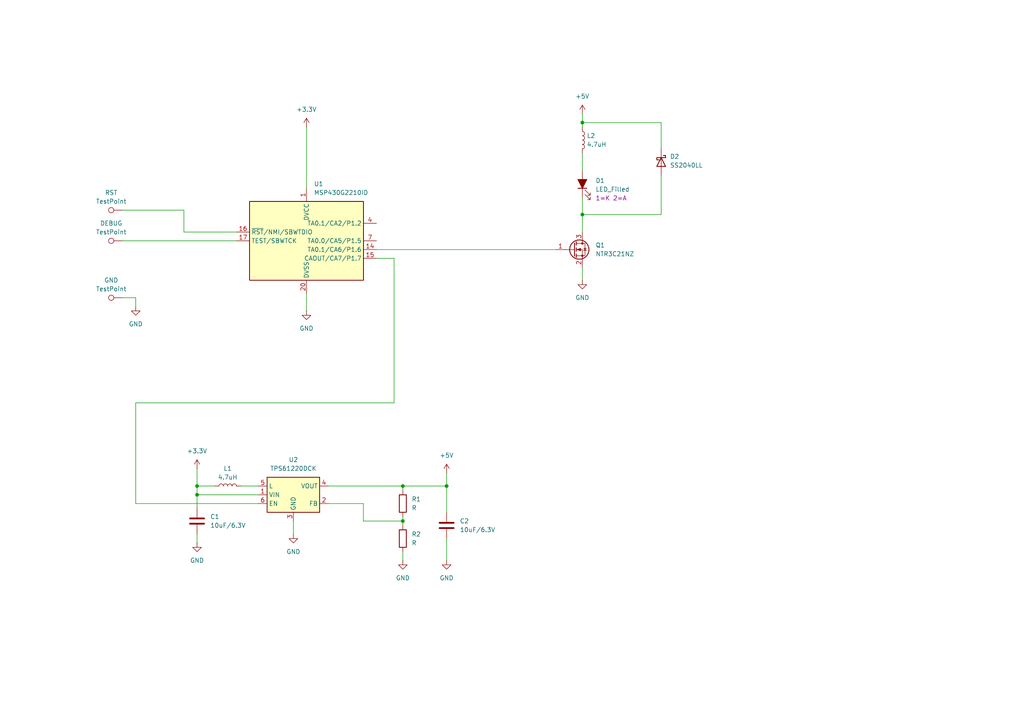
<source format=kicad_sch>
(kicad_sch (version 20250114) (generator "eeschema") (generator_version "9.0")
  (paper "A4")
  (lib_symbols
    (symbol "Connector:TestPoint" (pin_numbers (hide yes)) (pin_names (offset 0.762) (hide yes))
      (property "Reference" "TP" (at 0 6.858 0))
      (property "Value" "TestPoint" (at 0 5.08 0))
      (symbol "TestPoint_0_1"
        (circle (center 0 3.302) (radius 0.762))
      )
      (symbol "TestPoint_1_1"
        (pin passive line (at 0 0 90) (length 2.54) (name "1") (number "1"))
      )
    )
    (symbol "Device:C" (pin_numbers (hide yes)) (pin_names (offset 0.254))
      (property "Reference" "C" (at 0.635 2.54 0))
      (property "Value" "C" (at 0.635 -2.54 0))
      (symbol "C_0_1"
        (polyline (pts (xy -2.032 0.762) (xy 2.032 0.762)) (stroke (width 0.508)))
        (polyline (pts (xy -2.032 -0.762) (xy 2.032 -0.762)) (stroke (width 0.508)))
      )
      (symbol "C_1_1"
        (pin passive line (at 0 3.81 270) (length 2.794) (name "~") (number "1"))
        (pin passive line (at 0 -3.81 90) (length 2.794) (name "~") (number "2"))
      )
    )
    (symbol "Device:D_Schottky" (pin_numbers (hide yes)) (pin_names (offset 1.016) (hide yes))
      (property "Reference" "D" (at 0 2.54 0))
      (property "Value" "D_Schottky" (at 0 -2.54 0))
      (symbol "D_Schottky_0_1"
        (polyline (pts (xy -1.905 0.635) (xy -1.905 1.27) (xy -1.27 1.27) (xy -1.27 -1.27) (xy -0.635 -1.27) (xy -0.635 -0.635)) (stroke (width 0.254)))
        (polyline (pts (xy 1.27 1.27) (xy 1.27 -1.27) (xy -1.27 0) (xy 1.27 1.27)) (stroke (width 0.254)))
        (polyline (pts (xy 1.27 0) (xy -1.27 0)))
      )
      (symbol "D_Schottky_1_1"
        (pin passive line (at -3.81 0 0) (length 2.54) (name "K") (number "1"))
        (pin passive line (at 3.81 0 180) (length 2.54) (name "A") (number "2"))
      )
    )
    (symbol "Device:L" (pin_numbers (hide yes)) (pin_names (offset 1.016) (hide yes))
      (property "Reference" "L" (at -1.27 0 90))
      (property "Value" "L" (at 1.905 0 90))
      (symbol "L_0_1"
        (arc (start 0 2.54) (mid 0.6323 1.905) (end 0 1.27))
        (arc (start 0 1.27) (mid 0.6323 0.635) (end 0 0))
        (arc (start 0 0) (mid 0.6323 -0.635) (end 0 -1.27))
        (arc (start 0 -1.27) (mid 0.6323 -1.905) (end 0 -2.54))
      )
      (symbol "L_1_1"
        (pin passive line (at 0 3.81 270) (length 1.27) (name "1") (number "1"))
        (pin passive line (at 0 -3.81 90) (length 1.27) (name "2") (number "2"))
      )
    )
    (symbol "Device:LED_Filled" (pin_numbers (hide yes)) (pin_names (offset 1.016) (hide yes))
      (property "Reference" "D" (at 0 2.54 0))
      (property "Value" "LED_Filled" (at 0 -2.54 0))
      (property "Sim.Pins" "1=K 2=A" (at 0 0 0))
      (symbol "LED_Filled_0_1"
        (polyline (pts (xy -3.048 -0.762) (xy -4.572 -2.286) (xy -3.81 -2.286) (xy -4.572 -2.286) (xy -4.572 -1.524)))
        (polyline (pts (xy -1.778 -0.762) (xy -3.302 -2.286) (xy -2.54 -2.286) (xy -3.302 -2.286) (xy -3.302 -1.524)))
        (polyline (pts (xy -1.27 0) (xy 1.27 0)))
        (polyline (pts (xy -1.27 -1.27) (xy -1.27 1.27)) (stroke (width 0.254)))
        (polyline (pts (xy 1.27 -1.27) (xy 1.27 1.27) (xy -1.27 0) (xy 1.27 -1.27)) (stroke (width 0.254)) (fill (type outline)))
      )
      (symbol "LED_Filled_1_1"
        (pin passive line (at -3.81 0 0) (length 2.54) (name "K") (number "1"))
        (pin passive line (at 3.81 0 180) (length 2.54) (name "A") (number "2"))
      )
    )
    (symbol "Device:R" (pin_numbers (hide yes)) (pin_names (offset 0))
      (property "Reference" "R" (at 2.032 0 90))
      (property "Value" "R" (at 0 0 90))
      (symbol "R_0_1"
        (rectangle (start -1.016 -2.54) (end 1.016 2.54) (stroke (width 0.254)))
      )
      (symbol "R_1_1"
        (pin passive line (at 0 3.81 270) (length 1.27) (name "~") (number "1"))
        (pin passive line (at 0 -3.81 90) (length 1.27) (name "~") (number "2"))
      )
    )
    (symbol "MCU_Texas_MSP430:MSP430G2210ID"
      (property "Reference" "U" (at -15.24 12.7 0))
      (property "Value" "MSP430G2210ID" (at 10.16 -12.7 0))
      (symbol "MSP430G2210ID_0_1"
        (rectangle (start -16.51 11.43) (end 16.51 -11.43) (stroke (width 0.254)) (fill (type background)))
      )
      (symbol "MSP430G2210ID_1_1"
        (pin input line (at -20.32 2.54 0) (length 3.81) (name "~{RST}/NMI/SBWTDIO") (number "16"))
        (pin input line (at -20.32 0 0) (length 3.81) (name "TEST/SBWTCK") (number "17"))
        (pin power_in line (at 0 15.24 270) (length 3.81) (name "DVCC") (number "1"))
        (pin power_in line (at 0 -15.24 90) (length 3.81) (name "DVSS") (number "20"))
        (pin bidirectional line (at 20.32 5.08 180) (length 3.81) (name "TA0.1/CA2/P1.2") (number "4"))
        (pin bidirectional line (at 20.32 0 180) (length 3.81) (name "TA0.0/CA5/P1.5") (number "7"))
        (pin bidirectional line (at 20.32 -2.54 180) (length 3.81) (name "TA0.1/CA6/P1.6") (number "14"))
        (pin bidirectional line (at 20.32 -5.08 180) (length 3.81) (name "CAOUT/CA7/P1.7") (number "15"))
      )
    )
    (symbol "Regulator_Switching:TPS61220DCK"
      (property "Reference" "U" (at -7.62 6.35 0))
      (property "Value" "TPS61220DCK" (at 2.54 6.35 0))
      (symbol "TPS61220DCK_0_1"
        (rectangle (start -7.62 5.08) (end 7.62 -5.08) (stroke (width 0.254)) (fill (type background)))
      )
      (symbol "TPS61220DCK_1_1"
        (pin power_in line (at -10.16 2.54 0) (length 2.54) (name "L") (number "5"))
        (pin power_in line (at -10.16 0 0) (length 2.54) (name "VIN") (number "1"))
        (pin input line (at -10.16 -2.54 0) (length 2.54) (name "EN") (number "6"))
        (pin power_in line (at 0 -7.62 90) (length 2.54) (name "GND") (number "3"))
        (pin power_out line (at 10.16 2.54 180) (length 2.54) (name "VOUT") (number "4"))
        (pin input line (at 10.16 -2.54 180) (length 2.54) (name "FB") (number "2"))
      )
    )
    (symbol "Transistor_FET:Q_NMOS_GSD" (pin_names (offset 0) (hide yes))
      (property "Reference" "Q" (at 5.08 1.905 0))
      (property "Value" "Q_NMOS_GSD" (at 5.08 0 0))
      (symbol "Q_NMOS_GSD_0_1"
        (polyline (pts (xy 0.254 1.905) (xy 0.254 -1.905)) (stroke (width 0.254)))
        (polyline (pts (xy 0.254 0) (xy -2.54 0)))
        (polyline (pts (xy 0.762 2.286) (xy 0.762 1.27)) (stroke (width 0.254)))
        (polyline (pts (xy 0.762 0.508) (xy 0.762 -0.508)) (stroke (width 0.254)))
        (polyline (pts (xy 0.762 -1.27) (xy 0.762 -2.286)) (stroke (width 0.254)))
        (polyline (pts (xy 0.762 -1.778) (xy 3.302 -1.778) (xy 3.302 1.778) (xy 0.762 1.778)))
        (polyline (pts (xy 1.016 0) (xy 2.032 0.381) (xy 2.032 -0.381) (xy 1.016 0)) (fill (type outline)))
        (circle (center 1.651 0) (radius 2.794) (stroke (width 0.254)))
        (polyline (pts (xy 2.54 2.54) (xy 2.54 1.778)))
        (circle (center 2.54 1.778) (radius 0.254) (fill (type outline)))
        (circle (center 2.54 -1.778) (radius 0.254) (fill (type outline)))
        (polyline (pts (xy 2.54 -2.54) (xy 2.54 0) (xy 0.762 0)))
        (polyline (pts (xy 2.921 0.381) (xy 3.683 0.381)))
        (polyline (pts (xy 3.302 0.381) (xy 2.921 -0.254) (xy 3.683 -0.254) (xy 3.302 0.381)))
      )
      (symbol "Q_NMOS_GSD_1_1"
        (pin input line (at -5.08 0 0) (length 2.54) (name "G") (number "1"))
        (pin passive line (at 2.54 5.08 270) (length 2.54) (name "D") (number "3"))
        (pin passive line (at 2.54 -5.08 90) (length 2.54) (name "S") (number "2"))
      )
    )
    (symbol "power:+3.3V" (power) (pin_numbers (hide yes)) (pin_names (offset 0) (hide yes))
      (property "Value" "+3.3V" (at 0 3.556 0))
      (symbol "+3.3V_0_1"
        (polyline (pts (xy -0.762 1.27) (xy 0 2.54)))
        (polyline (pts (xy 0 2.54) (xy 0.762 1.27)))
        (polyline (pts (xy 0 0) (xy 0 2.54)))
      )
      (symbol "+3.3V_1_1"
        (pin power_in line (at 0 0 90) (length 0) (name "~") (number "1"))
      )
    )
    (symbol "power:+5V" (power) (pin_numbers (hide yes)) (pin_names (offset 0) (hide yes))
      (property "Value" "+5V" (at 0 3.556 0))
      (symbol "+5V_0_1"
        (polyline (pts (xy -0.762 1.27) (xy 0 2.54)))
        (polyline (pts (xy 0 2.54) (xy 0.762 1.27)))
        (polyline (pts (xy 0 0) (xy 0 2.54)))
      )
      (symbol "+5V_1_1"
        (pin power_in line (at 0 0 90) (length 0) (name "~") (number "1"))
      )
    )
    (symbol "power:GND" (power) (pin_numbers (hide yes)) (pin_names (offset 0) (hide yes))
      (property "Value" "GND" (at 0 -3.81 0))
      (symbol "GND_0_1"
        (polyline (pts (xy 0 0) (xy 0 -1.27) (xy 1.27 -1.27) (xy 0 -2.54) (xy -1.27 -1.27) (xy 0 -1.27)))
      )
      (symbol "GND_1_1"
        (pin power_in line (at 0 0 270) (length 0) (name "~") (number "1"))
      )
    )
  )
  (junction (at 168.91 62.23))
  (junction (at 57.15 143.51))
  (junction (at 116.84 140.97))
  (junction (at 129.54 140.97))
  (junction (at 168.91 35.56))
  (junction (at 116.84 151.13))
  (junction (at 57.15 140.97))
  (wire (pts (xy 129.54 137.16) (xy 129.54 140.97)))
  (wire (pts (xy 129.54 148.59) (xy 129.54 140.97)))
  (wire (pts (xy 35.56 86.36) (xy 39.37 86.36)))
  (wire (pts (xy 116.84 149.86) (xy 116.84 151.13)))
  (wire (pts (xy 116.84 140.97) (xy 129.54 140.97)))
  (wire (pts (xy 88.9 85.09) (xy 88.9 90.17)))
  (wire (pts (xy 95.25 146.05) (xy 105.41 146.05)))
  (wire (pts (xy 114.3 74.93) (xy 114.3 116.84)))
  (wire (pts (xy 57.15 135.89) (xy 57.15 140.97)))
  (wire (pts (xy 168.91 35.56) (xy 168.91 36.83)))
  (wire (pts (xy 116.84 160.02) (xy 116.84 162.56)))
  (wire (pts (xy 116.84 151.13) (xy 116.84 152.4)))
  (wire (pts (xy 105.41 151.13) (xy 116.84 151.13)))
  (wire (pts (xy 114.3 116.84) (xy 39.37 116.84)))
  (wire (pts (xy 35.56 69.85) (xy 68.58 69.85)))
  (wire (pts (xy 53.34 60.96) (xy 53.34 67.31)))
  (wire (pts (xy 53.34 67.31) (xy 68.58 67.31)))
  (wire (pts (xy 109.22 72.39) (xy 161.29 72.39)))
  (wire (pts (xy 191.77 43.18) (xy 191.77 35.56)))
  (wire (pts (xy 168.91 62.23) (xy 191.77 62.23)))
  (wire (pts (xy 57.15 143.51) (xy 57.15 147.32)))
  (wire (pts (xy 57.15 143.51) (xy 74.93 143.51)))
  (wire (pts (xy 39.37 146.05) (xy 74.93 146.05)))
  (wire (pts (xy 85.09 151.13) (xy 85.09 154.94)))
  (wire (pts (xy 168.91 33.02) (xy 168.91 35.56)))
  (wire (pts (xy 116.84 140.97) (xy 116.84 142.24)))
  (wire (pts (xy 191.77 50.8) (xy 191.77 62.23)))
  (wire (pts (xy 95.25 140.97) (xy 116.84 140.97)))
  (wire (pts (xy 35.56 60.96) (xy 53.34 60.96)))
  (wire (pts (xy 109.22 74.93) (xy 114.3 74.93)))
  (wire (pts (xy 168.91 77.47) (xy 168.91 81.28)))
  (wire (pts (xy 168.91 57.15) (xy 168.91 62.23)))
  (wire (pts (xy 57.15 140.97) (xy 57.15 143.51)))
  (wire (pts (xy 57.15 154.94) (xy 57.15 157.48)))
  (wire (pts (xy 129.54 156.21) (xy 129.54 162.56)))
  (wire (pts (xy 168.91 44.45) (xy 168.91 49.53)))
  (wire (pts (xy 168.91 62.23) (xy 168.91 67.31)))
  (wire (pts (xy 57.15 140.97) (xy 62.23 140.97)))
  (wire (pts (xy 39.37 116.84) (xy 39.37 146.05)))
  (wire (pts (xy 88.9 36.83) (xy 88.9 54.61)))
  (wire (pts (xy 69.85 140.97) (xy 74.93 140.97)))
  (wire (pts (xy 105.41 146.05) (xy 105.41 151.13)))
  (wire (pts (xy 168.91 35.56) (xy 191.77 35.56)))
  (wire (pts (xy 39.37 86.36) (xy 39.37 88.9)))
  (symbol (lib_id "power:GND") (at 168.91 81.28 0) (unit 1)
    (property "Reference" "#PWR09" (effects (hide yes)))
    (property "Value" "GND" (at 168.91 86.36 0))
    (property "Description" "Power symbol creates a global label with name \"GND\" , ground" (effects (hide yes)))
  )
  (symbol (lib_id "Device:R") (at 116.84 156.21 0) (unit 1)
    (property "Reference" "R2" (at 119.38 154.9399 0) (effects (justify left)))
    (property "Value" "R" (at 119.38 157.4799 0) (effects (justify left)))
    (property "Description" "Resistor" (effects (hide yes)))
  )
  (symbol (lib_id "power:+3.3V") (at 88.9 36.83 0) (unit 1)
    (property "Reference" "#PWR04" (effects (hide yes)))
    (property "Value" "+3.3V" (at 88.9 31.75 0))
    (property "Description" "Power symbol creates a global label with name \"+3.3V\"" (effects (hide yes)))
  )
  (symbol (lib_id "power:+5V") (at 129.54 137.16 0) (unit 1)
    (property "Reference" "#PWR010" (effects (hide yes)))
    (property "Value" "+5V" (at 129.54 132.08 0))
    (property "Description" "Power symbol creates a global label with name \"+5V\"" (effects (hide yes)))
  )
  (symbol (lib_id "Transistor_FET:Q_NMOS_GSD") (at 166.37 72.39 0) (unit 1)
    (property "Reference" "Q1" (at 172.72 71.1199 0) (effects (justify left)))
    (property "Value" "NTR3C21NZ" (at 172.72 73.6599 0) (effects (justify left)))
    (property "Description" "N-MOSFET transistor, gate/source/drain" (effects (hide yes)))
  )
  (symbol (lib_id "Device:L") (at 66.04 140.97 90) (unit 1)
    (property "Reference" "L1" (at 66.04 135.89 90))
    (property "Value" "4.7uH" (at 66.04 138.43 90))
    (property "Footprint" "Inductor_SMD:L_Changjiang_FNR3015S" (effects (hide yes)))
    (property "Description" "Inductor" (effects (hide yes)))
  )
  (symbol (lib_id "power:+5V") (at 168.91 33.02 0) (unit 1)
    (property "Reference" "#PWR011" (effects (hide yes)))
    (property "Value" "+5V" (at 168.91 27.94 0))
    (property "Description" "Power symbol creates a global label with name \"+5V\"" (effects (hide yes)))
  )
  (symbol (lib_id "power:GND") (at 88.9 90.17 0) (unit 1)
    (property "Reference" "#PWR01" (effects (hide yes)))
    (property "Value" "GND" (at 88.9 95.25 0))
    (property "Description" "Power symbol creates a global label with name \"GND\" , ground" (effects (hide yes)))
  )
  (symbol (lib_id "Device:D_Schottky") (at 191.77 46.99 270) (unit 1)
    (property "Reference" "D2" (at 194.31 45.4024 90) (effects (justify left)))
    (property "Value" "SS2040LL" (at 194.31 47.9424 90) (effects (justify left)))
    (property "Footprint" "Diode_SMD:D_SOD-123F" (effects (hide yes)))
    (property "Description" "Schottky diode" (effects (hide yes)))
  )
  (symbol (lib_id "Device:C") (at 57.15 151.13 0) (unit 1)
    (property "Reference" "C1" (at 60.96 149.8599 0) (effects (justify left)))
    (property "Value" "10uF/6.3V" (at 60.96 152.3999 0) (effects (justify left)))
    (property "Footprint" "Capacitor_SMD:C_0805_2012Metric_Pad1.18x1.45mm_HandSolder" (effects (hide yes)))
    (property "Description" "Unpolarized capacitor" (effects (hide yes)))
  )
  (symbol (lib_id "Device:LED_Filled") (at 168.91 53.34 90) (unit 1)
    (property "Reference" "D1" (at 172.72 52.3874 90) (effects (justify right)))
    (property "Value" "LED_Filled" (at 172.72 54.9274 90) (effects (justify right)))
    (property "Footprint" "LED_SMD:LED_0805_2012Metric_Pad1.15x1.40mm_HandSolder" (effects (hide yes)))
    (property "Description" "Light emitting diode, filled shape" (effects (hide yes)))
    (property "Sim.Pins" "1=K 2=A" (at 172.72 57.4674 90) (effects (justify right)))
  )
  (symbol (lib_id "Device:L") (at 168.91 40.64 0) (unit 1)
    (property "Reference" "L2" (at 170.18 39.3699 0) (effects (justify left)))
    (property "Value" "4.7uH" (at 170.18 41.9099 0) (effects (justify left)))
    (property "Footprint" "Inductor_SMD:L_Changjiang_FNR3015S" (effects (hide yes)))
    (property "Description" "Inductor" (effects (hide yes)))
  )
  (symbol (lib_id "Connector:TestPoint") (at 35.56 69.85 90) (unit 1)
    (property "Reference" "DEBUG" (at 32.258 64.77 90))
    (property "Value" "TestPoint" (at 32.258 67.31 90))
    (property "Footprint" "Connector_Pin:Pin_D1.0mm_L10.0mm" (effects (hide yes)))
    (property "Description" "test point" (effects (hide yes)))
  )
  (symbol (lib_id "power:+3.3V") (at 57.15 135.89 0) (unit 1)
    (property "Reference" "#PWR05" (effects (hide yes)))
    (property "Value" "+3.3V" (at 57.15 130.81 0))
    (property "Description" "Power symbol creates a global label with name \"+3.3V\"" (effects (hide yes)))
  )
  (symbol (lib_id "power:GND") (at 85.09 154.94 0) (unit 1)
    (property "Reference" "#PWR03" (effects (hide yes)))
    (property "Value" "GND" (at 85.09 160.02 0))
    (property "Description" "Power symbol creates a global label with name \"GND\" , ground" (effects (hide yes)))
  )
  (symbol (lib_id "power:GND") (at 129.54 162.56 0) (unit 1)
    (property "Reference" "#PWR08" (effects (hide yes)))
    (property "Value" "GND" (at 129.54 167.64 0))
    (property "Description" "Power symbol creates a global label with name \"GND\" , ground" (effects (hide yes)))
  )
  (symbol (lib_id "Connector:TestPoint") (at 35.56 86.36 90) (unit 1)
    (property "Reference" "GND" (at 32.258 81.28 90))
    (property "Value" "TestPoint" (at 32.258 83.82 90))
    (property "Description" "test point" (effects (hide yes)))
  )
  (symbol (lib_id "MCU_Texas_MSP430:MSP430G2210ID") (at 88.9 69.85 0) (unit 1)
    (property "Reference" "U1" (at 91.0433 53.34 0) (effects (justify left)))
    (property "Value" "MSP430G2210ID" (at 91.0433 55.88 0) (effects (justify left)))
    (property "Footprint" "Package_SO:SOIC-8_3.9x4.9mm_P1.27mm" (effects (hide yes)))
    (property "Datasheet" "http://www.ti.com/lit/ds/symlink/msp430g2210.pdf" (effects (hide yes)))
    (property "Description" "2kB + 256B Flash, 128B RAM, SOIC-8" (effects (hide yes)))
  )
  (symbol (lib_id "Connector:TestPoint") (at 35.56 60.96 90) (unit 1)
    (property "Reference" "RST" (at 32.258 55.88 90))
    (property "Value" "TestPoint" (at 32.258 58.42 90))
    (property "Description" "test point" (effects (hide yes)))
  )
  (symbol (lib_id "Device:R") (at 116.84 146.05 0) (unit 1)
    (property "Reference" "R1" (at 119.38 144.7799 0) (effects (justify left)))
    (property "Value" "R" (at 119.38 147.3199 0) (effects (justify left)))
    (property "Footprint" "Resistor_SMD:R_0603_1608Metric" (effects (hide yes)))
    (property "Description" "Resistor" (effects (hide yes)))
  )
  (symbol (lib_id "Device:C") (at 129.54 152.4 0) (unit 1)
    (property "Reference" "C2" (at 133.35 151.1299 0) (effects (justify left)))
    (property "Value" "10uF/6.3V" (at 133.35 153.6699 0) (effects (justify left)))
    (property "Footprint" "Capacitor_SMD:C_0805_2012Metric_Pad1.18x1.45mm_HandSolder" (effects (hide yes)))
    (property "Description" "Unpolarized capacitor" (effects (hide yes)))
  )
  (symbol (lib_id "power:GND") (at 39.37 88.9 0) (unit 1)
    (property "Reference" "#PWR02" (effects (hide yes)))
    (property "Value" "GND" (at 39.37 93.98 0))
    (property "Description" "Power symbol creates a global label with name \"GND\" , ground" (effects (hide yes)))
  )
  (symbol (lib_id "power:GND") (at 116.84 162.56 0) (unit 1)
    (property "Reference" "#PWR06" (effects (hide yes)))
    (property "Value" "GND" (at 116.84 167.64 0))
    (property "Description" "Power symbol creates a global label with name \"GND\" , ground" (effects (hide yes)))
  )
  (symbol (lib_id "Regulator_Switching:TPS61220DCK") (at 85.09 143.51 0) (unit 1)
    (property "Reference" "U2" (at 85.09 133.35 0))
    (property "Value" "TPS61220DCK" (at 85.09 135.89 0))
    (property "Footprint" "Package_TO_SOT_SMD:Texas_R-PDSO-G6" (effects (hide yes)))
    (property "Datasheet" "http://www.ti.com/lit/ds/symlink/tps61220.pdf" (effects (hide yes)))
    (property "Description" "400 mA Step-Up Converter, Adjustable Output Voltage, 0.7-5.5V Input Voltage, SC-70" (effects (hide yes)))
  )
  (symbol (lib_id "power:GND") (at 57.15 157.48 0) (unit 1)
    (property "Reference" "#PWR07" (effects (hide yes)))
    (property "Value" "GND" (at 57.15 162.56 0))
    (property "Description" "Power symbol creates a global label with name \"GND\" , ground" (effects (hide yes)))
  )
)
</source>
